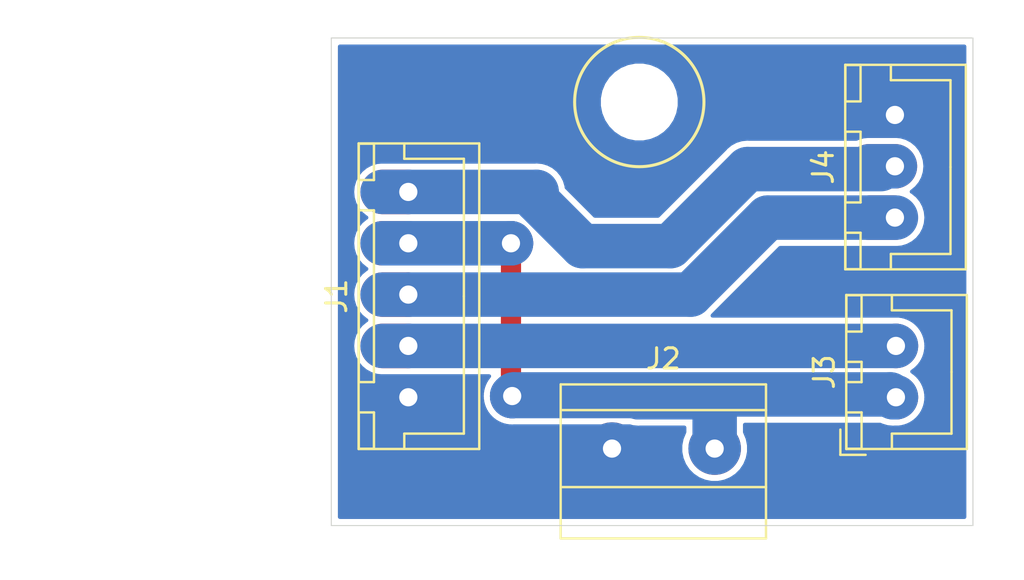
<source format=kicad_pcb>
(kicad_pcb (version 20171130) (host pcbnew "(5.1.6)-1")

  (general
    (thickness 1.6)
    (drawings 5)
    (tracks 26)
    (zones 0)
    (modules 5)
    (nets 6)
  )

  (page A4)
  (layers
    (0 F.Cu signal)
    (31 B.Cu signal)
    (32 B.Adhes user)
    (33 F.Adhes user)
    (34 B.Paste user)
    (35 F.Paste user)
    (36 B.SilkS user)
    (37 F.SilkS user)
    (38 B.Mask user)
    (39 F.Mask user)
    (40 Dwgs.User user)
    (41 Cmts.User user)
    (42 Eco1.User user)
    (43 Eco2.User user)
    (44 Edge.Cuts user)
    (45 Margin user)
    (46 B.CrtYd user)
    (47 F.CrtYd user)
    (48 B.Fab user)
    (49 F.Fab user)
  )

  (setup
    (last_trace_width 0.25)
    (user_trace_width 1)
    (user_trace_width 1.5)
    (user_trace_width 2.2)
    (trace_clearance 0.2)
    (zone_clearance 0.508)
    (zone_45_only no)
    (trace_min 0.2)
    (via_size 0.8)
    (via_drill 0.4)
    (via_min_size 0.4)
    (via_min_drill 0.3)
    (user_via 2.2 0.8)
    (uvia_size 0.3)
    (uvia_drill 0.1)
    (uvias_allowed no)
    (uvia_min_size 0.2)
    (uvia_min_drill 0.1)
    (edge_width 0.05)
    (segment_width 0.2)
    (pcb_text_width 0.3)
    (pcb_text_size 1.5 1.5)
    (mod_edge_width 0.12)
    (mod_text_size 1 1)
    (mod_text_width 0.15)
    (pad_size 2.6 2.6)
    (pad_drill 0.9)
    (pad_to_mask_clearance 0.05)
    (aux_axis_origin 29.21 48.26)
    (grid_origin 29.21 48.26)
    (visible_elements 7FFFFFFF)
    (pcbplotparams
      (layerselection 0x01040_fffffffe)
      (usegerberextensions false)
      (usegerberattributes true)
      (usegerberadvancedattributes true)
      (creategerberjobfile false)
      (excludeedgelayer true)
      (linewidth 0.100000)
      (plotframeref false)
      (viasonmask true)
      (mode 1)
      (useauxorigin true)
      (hpglpennumber 1)
      (hpglpenspeed 20)
      (hpglpendiameter 15.000000)
      (psnegative false)
      (psa4output false)
      (plotreference true)
      (plotvalue true)
      (plotinvisibletext false)
      (padsonsilk false)
      (subtractmaskfromsilk false)
      (outputformat 1)
      (mirror false)
      (drillshape 0)
      (scaleselection 1)
      (outputdirectory "plot/"))
  )

  (net 0 "")
  (net 1 GND)
  (net 2 FAN-)
  (net 3 +3V3)
  (net 4 +12V)
  (net 5 ONE_WIRE)

  (net_class Default "This is the default net class."
    (clearance 0.2)
    (trace_width 0.25)
    (via_dia 0.8)
    (via_drill 0.4)
    (uvia_dia 0.3)
    (uvia_drill 0.1)
    (add_net +12V)
    (add_net +3V3)
    (add_net FAN-)
    (add_net GND)
    (add_net ONE_WIRE)
  )

  (module 0_my_footprints:myMountingHole_3.2mm_M3 (layer F.Cu) (tedit 669BF647) (tstamp 6757987D)
    (at 44.45 27.3)
    (descr "Mounting Hole 3.2mm, no annular, M3")
    (tags "mounting hole 3.2mm no annular m3")
    (attr virtual)
    (fp_text reference REF** (at 0 -4.2) (layer B.Fab)
      (effects (font (size 1 1) (thickness 0.15)))
    )
    (fp_text value myMountingHole_3.2mm_M3 (at 0 4.2) (layer B.Fab)
      (effects (font (size 1 1) (thickness 0.15)))
    )
    (fp_circle (center 0 0) (end 3.2 0) (layer F.SilkS) (width 0.15))
    (pad "" np_thru_hole circle (at 0 0) (size 3.2 3.2) (drill 3.2) (layers *.Cu *.Mask))
  )

  (module 0_my_footprints2:JST5 (layer F.Cu) (tedit 675730B5) (tstamp 67578880)
    (at 33.02 41.91 90)
    (descr "2.54mm JST connector with bigger pads")
    (path /67155720)
    (fp_text reference J1 (at 5 -3.55 90) (layer F.SilkS)
      (effects (font (size 1 1) (thickness 0.15)))
    )
    (fp_text value Connector (at 5 4.6 90) (layer F.Fab)
      (effects (font (size 1 1) (thickness 0.15)))
    )
    (fp_line (start -2.56 -2.46) (end -2.56 3.51) (layer F.SilkS) (width 0.12))
    (fp_line (start -2.56 3.51) (end 12.56 3.51) (layer F.SilkS) (width 0.12))
    (fp_line (start 12.56 3.51) (end 12.56 -2.46) (layer F.SilkS) (width 0.12))
    (fp_line (start 12.56 -2.46) (end -2.56 -2.46) (layer F.SilkS) (width 0.12))
    (fp_line (start 0.75 -2.45) (end 0.75 -1.7) (layer F.SilkS) (width 0.12))
    (fp_line (start 0.75 -1.7) (end 9.25 -1.7) (layer F.SilkS) (width 0.12))
    (fp_line (start 9.25 -1.7) (end 9.25 -2.45) (layer F.SilkS) (width 0.12))
    (fp_line (start 9.25 -2.45) (end 0.75 -2.45) (layer F.SilkS) (width 0.12))
    (fp_line (start -2.55 -2.45) (end -2.55 -1.7) (layer F.SilkS) (width 0.12))
    (fp_line (start -2.55 -1.7) (end -0.75 -1.7) (layer F.SilkS) (width 0.12))
    (fp_line (start -0.75 -1.7) (end -0.75 -2.45) (layer F.SilkS) (width 0.12))
    (fp_line (start -0.75 -2.45) (end -2.55 -2.45) (layer F.SilkS) (width 0.12))
    (fp_line (start 10.75 -2.45) (end 10.75 -1.7) (layer F.SilkS) (width 0.12))
    (fp_line (start 10.75 -1.7) (end 12.55 -1.7) (layer F.SilkS) (width 0.12))
    (fp_line (start 12.55 -1.7) (end 12.55 -2.45) (layer F.SilkS) (width 0.12))
    (fp_line (start 12.55 -2.45) (end 10.75 -2.45) (layer F.SilkS) (width 0.12))
    (fp_line (start -2.55 -0.2) (end -1.8 -0.2) (layer F.SilkS) (width 0.12))
    (fp_line (start -1.8 -0.2) (end -1.8 2.75) (layer F.SilkS) (width 0.12))
    (fp_line (start -1.8 2.75) (end 5 2.75) (layer F.SilkS) (width 0.12))
    (fp_line (start 12.55 -0.2) (end 11.8 -0.2) (layer F.SilkS) (width 0.12))
    (fp_line (start 11.8 -0.2) (end 11.8 2.75) (layer F.SilkS) (width 0.12))
    (fp_line (start 11.8 2.75) (end 5 2.75) (layer F.SilkS) (width 0.12))
    (pad 1 thru_hole oval (at 0 0 90) (size 2.2 3.47) (drill 0.9 (offset 0 -0.635)) (layers *.Cu *.Mask)
      (net 1 GND))
    (pad 2 thru_hole oval (at 2.54 0 90) (size 2.2 3.47) (drill 0.9 (offset 0 -0.635)) (layers *.Cu *.Mask)
      (net 2 FAN-))
    (pad 3 thru_hole oval (at 5.08 0 90) (size 2.2 3.47) (drill 0.9 (offset 0 -0.635)) (layers *.Cu *.Mask)
      (net 3 +3V3))
    (pad 4 thru_hole oval (at 7.62 0 90) (size 2.2 3.47) (drill 0.9 (offset 0 -0.635)) (layers *.Cu *.Mask)
      (net 4 +12V))
    (pad 5 thru_hole oval (at 10.16 0 90) (size 2.2 3.47) (drill 0.9 (offset 0 -0.635)) (layers *.Cu *.Mask)
      (net 5 ONE_WIRE))
    (model ${KISYS3DMOD}/Connector_JST.3dshapes/JST_XH_B5B-XH-A_1x05_P2.50mm_Vertical.wrl
      (at (xyz 0 0 0))
      (scale (xyz 1 1 1))
      (rotate (xyz 0 0 0))
    )
  )

  (module 0_my_footprints:myTerminalBlock_5.08x02 (layer F.Cu) (tedit 675730E1) (tstamp 6757889D)
    (at 43.1 44.45)
    (tags "Terminal Block 5.08mm")
    (path /66D2CE52)
    (fp_text reference J2 (at 2.54 -4.445) (layer F.SilkS)
      (effects (font (size 1 1) (thickness 0.15)))
    )
    (fp_text value POWER (at 2.54 5.66) (layer F.Fab)
      (effects (font (size 1 1) (thickness 0.15)))
    )
    (fp_line (start -2.54 1.905) (end 7.62 1.905) (layer F.Fab) (width 0.12))
    (fp_line (start 7.62 -1.905) (end -2.54 -1.905) (layer F.Fab) (width 0.12))
    (fp_circle (center 0 0) (end 1.5 0) (layer F.Fab) (width 0.1))
    (fp_circle (center 5.08 0) (end 6.58 0) (layer F.Fab) (width 0.1))
    (fp_line (start -2.54 -3.175) (end 7.62 -3.175) (layer F.Fab) (width 0.1))
    (fp_line (start 7.62 -3.175) (end 7.62 4.445) (layer F.Fab) (width 0.1))
    (fp_line (start -2.54 4.445) (end -2.54 -3.175) (layer F.Fab) (width 0.1))
    (fp_line (start -2.54 4.445) (end 7.62 4.445) (layer F.Fab) (width 0.1))
    (fp_line (start -2.54 4.445) (end 7.62 4.445) (layer F.SilkS) (width 0.12))
    (fp_line (start 1.138 -0.955) (end -0.955 1.138) (layer F.Fab) (width 0.1))
    (fp_line (start 0.955 -1.138) (end -1.138 0.955) (layer F.Fab) (width 0.1))
    (fp_line (start 6.218 -0.955) (end 4.126 1.138) (layer F.Fab) (width 0.1))
    (fp_line (start 6.035 -1.138) (end 3.943 0.955) (layer F.Fab) (width 0.1))
    (fp_line (start -2.54 -3.175) (end -2.54 4.445) (layer F.CrtYd) (width 0.05))
    (fp_line (start -2.54 4.445) (end 7.62 4.445) (layer F.CrtYd) (width 0.05))
    (fp_line (start 7.62 4.445) (end 7.62 -3.175) (layer F.CrtYd) (width 0.05))
    (fp_line (start 7.62 -3.175) (end -2.54 -3.175) (layer F.CrtYd) (width 0.05))
    (fp_line (start 7.62 -3.175) (end 7.62 4.445) (layer F.SilkS) (width 0.12))
    (fp_line (start 7.62 -3.175) (end -2.54 -3.175) (layer F.SilkS) (width 0.12))
    (fp_line (start -2.54 -3.175) (end -2.54 4.445) (layer F.SilkS) (width 0.12))
    (fp_line (start 7.62 1.905) (end -2.54 1.905) (layer F.SilkS) (width 0.12))
    (fp_line (start 7.62 -1.905) (end -2.54 -1.905) (layer F.SilkS) (width 0.12))
    (fp_text user %R (at 2.54 3.175) (layer F.Fab)
      (effects (font (size 1 1) (thickness 0.15)))
    )
    (pad 1 thru_hole circle (at 0 0) (size 2.6 2.6) (drill 0.9) (layers *.Cu *.Mask)
      (net 1 GND))
    (pad 2 thru_hole circle (at 5.08 0) (size 2.6 2.6) (drill 0.9) (layers *.Cu *.Mask)
      (net 4 +12V))
    (model C:/src/kiCad/libraries/my_3d_files/myTerminalBlock_5.08x02.step
      (offset (xyz 0 -4 0))
      (scale (xyz 1 1 1))
      (rotate (xyz 0 0 -90))
    )
  )

  (module 0_my_footprints:myJSTx02 (layer F.Cu) (tedit 6757308F) (tstamp 675788C6)
    (at 57.15 41.91 90)
    (descr "JST XH series connector, B2B-XH-A (http://www.jst-mfg.com/product/pdf/eng/eXH.pdf), generated with kicad-footprint-generator")
    (tags "connector JST XH vertical")
    (path /67597E6B)
    (fp_text reference J3 (at 1.25 -3.55 90) (layer F.SilkS)
      (effects (font (size 1 1) (thickness 0.15)))
    )
    (fp_text value FAN (at 1.25 4.6 90) (layer F.Fab)
      (effects (font (size 1 1) (thickness 0.15)))
    )
    (fp_line (start -2.45 -2.35) (end -2.45 3.4) (layer F.Fab) (width 0.1))
    (fp_line (start -2.45 3.4) (end 4.95 3.4) (layer F.Fab) (width 0.1))
    (fp_line (start 4.95 3.4) (end 4.95 -2.35) (layer F.Fab) (width 0.1))
    (fp_line (start 4.95 -2.35) (end -2.45 -2.35) (layer F.Fab) (width 0.1))
    (fp_line (start -2.56 -2.46) (end -2.56 3.51) (layer F.SilkS) (width 0.12))
    (fp_line (start -2.56 3.51) (end 5.06 3.51) (layer F.SilkS) (width 0.12))
    (fp_line (start 5.06 3.51) (end 5.06 -2.46) (layer F.SilkS) (width 0.12))
    (fp_line (start 5.06 -2.46) (end -2.56 -2.46) (layer F.SilkS) (width 0.12))
    (fp_line (start -2.95 -2.85) (end -2.95 3.9) (layer F.CrtYd) (width 0.05))
    (fp_line (start -2.95 3.9) (end 5.45 3.9) (layer F.CrtYd) (width 0.05))
    (fp_line (start 5.45 3.9) (end 5.45 -2.85) (layer F.CrtYd) (width 0.05))
    (fp_line (start 5.45 -2.85) (end -2.95 -2.85) (layer F.CrtYd) (width 0.05))
    (fp_line (start -0.625 -2.35) (end 0 -1.35) (layer F.Fab) (width 0.1))
    (fp_line (start 0 -1.35) (end 0.625 -2.35) (layer F.Fab) (width 0.1))
    (fp_line (start 0.75 -2.45) (end 0.75 -1.7) (layer F.SilkS) (width 0.12))
    (fp_line (start 0.75 -1.7) (end 1.75 -1.7) (layer F.SilkS) (width 0.12))
    (fp_line (start 1.75 -1.7) (end 1.75 -2.45) (layer F.SilkS) (width 0.12))
    (fp_line (start 1.75 -2.45) (end 0.75 -2.45) (layer F.SilkS) (width 0.12))
    (fp_line (start -2.55 -2.45) (end -2.55 -1.7) (layer F.SilkS) (width 0.12))
    (fp_line (start -2.55 -1.7) (end -0.75 -1.7) (layer F.SilkS) (width 0.12))
    (fp_line (start -0.75 -1.7) (end -0.75 -2.45) (layer F.SilkS) (width 0.12))
    (fp_line (start -0.75 -2.45) (end -2.55 -2.45) (layer F.SilkS) (width 0.12))
    (fp_line (start 3.25 -2.45) (end 3.25 -1.7) (layer F.SilkS) (width 0.12))
    (fp_line (start 3.25 -1.7) (end 5.05 -1.7) (layer F.SilkS) (width 0.12))
    (fp_line (start 5.05 -1.7) (end 5.05 -2.45) (layer F.SilkS) (width 0.12))
    (fp_line (start 5.05 -2.45) (end 3.25 -2.45) (layer F.SilkS) (width 0.12))
    (fp_line (start -2.55 -0.2) (end -1.8 -0.2) (layer F.SilkS) (width 0.12))
    (fp_line (start -1.8 -0.2) (end -1.8 2.75) (layer F.SilkS) (width 0.12))
    (fp_line (start -1.8 2.75) (end 1.25 2.75) (layer F.SilkS) (width 0.12))
    (fp_line (start 5.05 -0.2) (end 4.3 -0.2) (layer F.SilkS) (width 0.12))
    (fp_line (start 4.3 -0.2) (end 4.3 2.75) (layer F.SilkS) (width 0.12))
    (fp_line (start 4.3 2.75) (end 1.25 2.75) (layer F.SilkS) (width 0.12))
    (fp_line (start -1.6 -2.75) (end -2.85 -2.75) (layer F.SilkS) (width 0.12))
    (fp_line (start -2.85 -2.75) (end -2.85 -1.5) (layer F.SilkS) (width 0.12))
    (fp_text user %R (at 1.25 2.7 90) (layer F.Fab)
      (effects (font (size 1 1) (thickness 0.15)))
    )
    (pad 1 thru_hole circle (at 0 0 90) (size 2.2 2.2) (drill 0.9) (layers *.Cu *.Mask)
      (net 4 +12V))
    (pad 2 thru_hole circle (at 2.54 0 90) (size 2.2 2.2) (drill 0.9) (layers *.Cu *.Mask)
      (net 2 FAN-))
    (model ${KISYS3DMOD}/Connector_JST.3dshapes/JST_XH_B2B-XH-A_1x02_P2.50mm_Vertical.wrl
      (at (xyz 0 0 0))
      (scale (xyz 1 1 1))
      (rotate (xyz 0 0 0))
    )
  )

  (module 0_my_footprints2:JST3 (layer F.Cu) (tedit 67573080) (tstamp 675788E3)
    (at 57.1 33.02 90)
    (descr "2.54mm JST connector with bigger pads")
    (path /67595559)
    (fp_text reference J4 (at 2.5 -3.55 90) (layer F.SilkS)
      (effects (font (size 1 1) (thickness 0.15)))
    )
    (fp_text value TEMP (at 2.5 4.6 90) (layer F.Fab)
      (effects (font (size 1 1) (thickness 0.15)))
    )
    (fp_line (start 6.8 2.75) (end 2.5 2.75) (layer F.SilkS) (width 0.12))
    (fp_line (start 6.8 -0.2) (end 6.8 2.75) (layer F.SilkS) (width 0.12))
    (fp_line (start 7.55 -0.2) (end 6.8 -0.2) (layer F.SilkS) (width 0.12))
    (fp_line (start -1.8 2.75) (end 2.5 2.75) (layer F.SilkS) (width 0.12))
    (fp_line (start -1.8 -0.2) (end -1.8 2.75) (layer F.SilkS) (width 0.12))
    (fp_line (start -2.55 -0.2) (end -1.8 -0.2) (layer F.SilkS) (width 0.12))
    (fp_line (start 7.55 -2.45) (end 5.75 -2.45) (layer F.SilkS) (width 0.12))
    (fp_line (start 7.55 -1.7) (end 7.55 -2.45) (layer F.SilkS) (width 0.12))
    (fp_line (start 5.75 -1.7) (end 7.55 -1.7) (layer F.SilkS) (width 0.12))
    (fp_line (start 5.75 -2.45) (end 5.75 -1.7) (layer F.SilkS) (width 0.12))
    (fp_line (start -0.75 -2.45) (end -2.55 -2.45) (layer F.SilkS) (width 0.12))
    (fp_line (start -0.75 -1.7) (end -0.75 -2.45) (layer F.SilkS) (width 0.12))
    (fp_line (start -2.55 -1.7) (end -0.75 -1.7) (layer F.SilkS) (width 0.12))
    (fp_line (start -2.55 -2.45) (end -2.55 -1.7) (layer F.SilkS) (width 0.12))
    (fp_line (start 4.25 -2.45) (end 0.75 -2.45) (layer F.SilkS) (width 0.12))
    (fp_line (start 4.25 -1.7) (end 4.25 -2.45) (layer F.SilkS) (width 0.12))
    (fp_line (start 0.75 -1.7) (end 4.25 -1.7) (layer F.SilkS) (width 0.12))
    (fp_line (start 0.75 -2.45) (end 0.75 -1.7) (layer F.SilkS) (width 0.12))
    (fp_line (start 7.56 -2.46) (end -2.56 -2.46) (layer F.SilkS) (width 0.12))
    (fp_line (start 7.56 3.51) (end 7.56 -2.46) (layer F.SilkS) (width 0.12))
    (fp_line (start -2.56 3.51) (end 7.56 3.51) (layer F.SilkS) (width 0.12))
    (fp_line (start -2.56 -2.46) (end -2.56 3.51) (layer F.SilkS) (width 0.12))
    (pad 1 thru_hole oval (at 0 0 90) (size 2.2 3.47) (drill 0.9 (offset 0 -0.635)) (layers *.Cu *.Mask)
      (net 3 +3V3))
    (pad 2 thru_hole oval (at 2.54 0 90) (size 2.2 3.47) (drill 0.9 (offset 0 -0.635)) (layers *.Cu *.Mask)
      (net 5 ONE_WIRE))
    (pad 3 thru_hole oval (at 5.08 0 90) (size 2.2 3.47) (drill 0.9 (offset 0 -0.635)) (layers *.Cu *.Mask)
      (net 1 GND))
    (model ${KISYS3DMOD}/Connector_JST.3dshapes/JST_XH_B3B-XH-A_1x03_P2.50mm_Vertical.wrl
      (at (xyz 0 0 0))
      (scale (xyz 1 1 1))
      (rotate (xyz 0 0 0))
    )
  )

  (dimension 24.13 (width 0.15) (layer Dwgs.User)
    (gr_text "24.130 mm" (at 16.48 36.195 270) (layer Dwgs.User)
      (effects (font (size 1 1) (thickness 0.15)))
    )
    (feature1 (pts (xy 29.21 48.26) (xy 17.193579 48.26)))
    (feature2 (pts (xy 29.21 24.13) (xy 17.193579 24.13)))
    (crossbar (pts (xy 17.78 24.13) (xy 17.78 48.26)))
    (arrow1a (pts (xy 17.78 48.26) (xy 17.193579 47.133496)))
    (arrow1b (pts (xy 17.78 48.26) (xy 18.366421 47.133496)))
    (arrow2a (pts (xy 17.78 24.13) (xy 17.193579 25.256504)))
    (arrow2b (pts (xy 17.78 24.13) (xy 18.366421 25.256504)))
  )
  (gr_line (start 29.21 48.26) (end 29.21 24.13) (layer Edge.Cuts) (width 0.05) (tstamp 67579883))
  (gr_line (start 60.96 48.26) (end 29.21 48.26) (layer Edge.Cuts) (width 0.05))
  (gr_line (start 60.96 24.13) (end 60.96 48.26) (layer Edge.Cuts) (width 0.05))
  (gr_line (start 29.21 24.13) (end 60.96 24.13) (layer Edge.Cuts) (width 0.05))

  (segment (start 33.02 39.37) (end 57.15 39.37) (width 2.2) (layer B.Cu) (net 2))
  (segment (start 33.02 36.83) (end 46.99 36.83) (width 2.2) (layer B.Cu) (net 3))
  (segment (start 46.99 36.83) (end 50.8 33.02) (width 2.2) (layer B.Cu) (net 3))
  (segment (start 50.8 33.02) (end 57.15 33.02) (width 2.2) (layer B.Cu) (net 3))
  (segment (start 44.348001 41.849999) (end 38.160001 41.849999) (width 2.2) (layer B.Cu) (net 4))
  (segment (start 44.408002 41.91) (end 44.348001 41.849999) (width 2.2) (layer B.Cu) (net 4))
  (segment (start 48.18 41.99) (end 48.26 41.91) (width 2.2) (layer B.Cu) (net 4))
  (segment (start 48.18 44.45) (end 48.18 41.99) (width 2.2) (layer B.Cu) (net 4))
  (segment (start 48.26 41.91) (end 44.408002 41.91) (width 2.2) (layer B.Cu) (net 4))
  (segment (start 33.02 34.29) (end 38.1 34.29) (width 2.2) (layer B.Cu) (net 4))
  (segment (start 57.01 41.91) (end 56.87001 41.77001) (width 2.2) (layer B.Cu) (net 4))
  (segment (start 57.15 41.91) (end 57.01 41.91) (width 2.2) (layer B.Cu) (net 4))
  (segment (start 38.23999 41.77001) (end 38.160001 41.849999) (width 2.2) (layer B.Cu) (net 4))
  (segment (start 56.87001 41.77001) (end 38.23999 41.77001) (width 2.2) (layer B.Cu) (net 4))
  (segment (start 38.1 34.29) (end 38.1 34.29) (width 2.2) (layer B.Cu) (net 4) (tstamp 6757986A))
  (via (at 38.1 34.29) (size 2.2) (drill 0.9) (layers F.Cu B.Cu) (net 4) (status 1000000))
  (segment (start 38.160001 41.849999) (end 38.160001 41.849999) (width 2.2) (layer B.Cu) (net 4) (tstamp 6757986C))
  (via (at 38.160001 41.849999) (size 2.2) (drill 0.9) (layers F.Cu B.Cu) (net 4))
  (segment (start 38.1 41.789998) (end 38.160001 41.849999) (width 1) (layer F.Cu) (net 4))
  (segment (start 38.1 34.29) (end 38.1 41.789998) (width 1) (layer F.Cu) (net 4))
  (segment (start 39.37 32.165874) (end 41.634116 34.42999) (width 2.2) (layer B.Cu) (net 5))
  (segment (start 39.37 31.75) (end 39.37 32.165874) (width 2.2) (layer B.Cu) (net 5))
  (segment (start 33.02 31.75) (end 39.37 31.75) (width 2.2) (layer B.Cu) (net 5))
  (segment (start 41.634116 34.42999) (end 45.995884 34.42999) (width 2.2) (layer B.Cu) (net 5))
  (segment (start 45.995884 34.42999) (end 49.805884 30.61999) (width 2.2) (layer B.Cu) (net 5))
  (segment (start 49.805884 30.61999) (end 56.4 30.61999) (width 2.2) (layer B.Cu) (net 5))

  (zone (net 1) (net_name GND) (layer B.Cu) (tstamp 67573306) (hatch edge 0.508)
    (connect_pads yes (clearance 0.3))
    (min_thickness 0.2)
    (fill yes (arc_segments 32) (thermal_gap 0.508) (thermal_bridge_width 0.508))
    (polygon
      (pts
        (xy 63.5 49.53) (xy 27.94 49.53) (xy 27.94 22.86) (xy 63.5 22.86)
      )
    )
    (filled_polygon
      (pts
        (xy 60.535001 47.835) (xy 29.635 47.835) (xy 29.635 31.75) (xy 30.242743 31.75) (xy 30.271705 32.044051)
        (xy 30.357476 32.326802) (xy 30.496762 32.587387) (xy 30.684208 32.815792) (xy 30.912613 33.003238) (xy 30.943972 33.02)
        (xy 30.912613 33.036762) (xy 30.684208 33.224208) (xy 30.496762 33.452613) (xy 30.357476 33.713198) (xy 30.271705 33.995949)
        (xy 30.242743 34.29) (xy 30.271705 34.584051) (xy 30.357476 34.866802) (xy 30.496762 35.127387) (xy 30.684208 35.355792)
        (xy 30.912613 35.543238) (xy 30.943972 35.56) (xy 30.912613 35.576762) (xy 30.684208 35.764208) (xy 30.496762 35.992613)
        (xy 30.357476 36.253198) (xy 30.271705 36.535949) (xy 30.242743 36.83) (xy 30.271705 37.124051) (xy 30.357476 37.406802)
        (xy 30.496762 37.667387) (xy 30.684208 37.895792) (xy 30.912613 38.083238) (xy 30.943972 38.1) (xy 30.912613 38.116762)
        (xy 30.684208 38.304208) (xy 30.496762 38.532613) (xy 30.357476 38.793198) (xy 30.271705 39.075949) (xy 30.242743 39.37)
        (xy 30.271705 39.664051) (xy 30.357476 39.946802) (xy 30.496762 40.207387) (xy 30.684208 40.435792) (xy 30.912613 40.623238)
        (xy 31.173198 40.762524) (xy 31.455949 40.848295) (xy 31.67632 40.87) (xy 37.01868 40.87) (xy 36.994875 40.893805)
        (xy 36.953731 40.955381) (xy 36.906763 41.012612) (xy 36.871865 41.077902) (xy 36.830718 41.139482) (xy 36.802376 41.207906)
        (xy 36.767477 41.273197) (xy 36.745986 41.344043) (xy 36.717645 41.412465) (xy 36.703196 41.485103) (xy 36.681706 41.555948)
        (xy 36.674449 41.629625) (xy 36.660001 41.702262) (xy 36.660001 41.776319) (xy 36.652744 41.849999) (xy 36.660001 41.923679)
        (xy 36.660001 41.997736) (xy 36.674449 42.070373) (xy 36.681706 42.14405) (xy 36.703196 42.214895) (xy 36.717645 42.287533)
        (xy 36.745986 42.355955) (xy 36.767477 42.426801) (xy 36.802376 42.492092) (xy 36.830718 42.560516) (xy 36.871865 42.622096)
        (xy 36.906763 42.687386) (xy 36.953731 42.744617) (xy 36.994875 42.806193) (xy 37.047237 42.858555) (xy 37.094209 42.915791)
        (xy 37.151445 42.962763) (xy 37.203807 43.015125) (xy 37.265383 43.056269) (xy 37.322614 43.103237) (xy 37.387904 43.138135)
        (xy 37.449484 43.179282) (xy 37.517908 43.207624) (xy 37.583199 43.242523) (xy 37.654045 43.264014) (xy 37.722467 43.292355)
        (xy 37.795105 43.306804) (xy 37.86595 43.328294) (xy 37.939627 43.335551) (xy 38.012264 43.349999) (xy 38.086321 43.349999)
        (xy 38.160001 43.357256) (xy 38.233681 43.349999) (xy 43.987705 43.349999) (xy 44.113951 43.388295) (xy 44.334322 43.41)
        (xy 44.334324 43.41) (xy 44.408001 43.417257) (xy 44.481679 43.41) (xy 46.68 43.41) (xy 46.68 43.634988)
        (xy 46.673479 43.644748) (xy 46.54533 43.954128) (xy 46.48 44.282565) (xy 46.48 44.617435) (xy 46.54533 44.945872)
        (xy 46.673479 45.255252) (xy 46.859523 45.533687) (xy 47.096313 45.770477) (xy 47.374748 45.956521) (xy 47.684128 46.08467)
        (xy 48.012565 46.15) (xy 48.347435 46.15) (xy 48.675872 46.08467) (xy 48.985252 45.956521) (xy 49.263687 45.770477)
        (xy 49.500477 45.533687) (xy 49.686521 45.255252) (xy 49.81467 44.945872) (xy 49.88 44.617435) (xy 49.88 44.282565)
        (xy 49.81467 43.954128) (xy 49.686521 43.644748) (xy 49.68 43.634989) (xy 49.68 43.27001) (xy 56.372369 43.27001)
        (xy 56.433198 43.302524) (xy 56.715949 43.388295) (xy 56.93632 43.41) (xy 57.01 43.417257) (xy 57.08368 43.41)
        (xy 57.297737 43.41) (xy 57.370374 43.395552) (xy 57.444051 43.388295) (xy 57.514896 43.366805) (xy 57.587534 43.352356)
        (xy 57.655956 43.324015) (xy 57.726802 43.302524) (xy 57.792093 43.267625) (xy 57.860517 43.239283) (xy 57.922097 43.198136)
        (xy 57.987387 43.163238) (xy 58.044618 43.11627) (xy 58.106194 43.075126) (xy 58.158556 43.022764) (xy 58.215792 42.975792)
        (xy 58.262764 42.918556) (xy 58.315126 42.866194) (xy 58.35627 42.804618) (xy 58.403238 42.747387) (xy 58.438136 42.682097)
        (xy 58.479283 42.620517) (xy 58.507625 42.552093) (xy 58.542524 42.486802) (xy 58.564015 42.415956) (xy 58.592356 42.347534)
        (xy 58.606805 42.274896) (xy 58.628295 42.204051) (xy 58.635552 42.130374) (xy 58.65 42.057737) (xy 58.65 41.98368)
        (xy 58.657257 41.91) (xy 58.65 41.83632) (xy 58.65 41.762263) (xy 58.635552 41.689626) (xy 58.628295 41.615949)
        (xy 58.606805 41.545104) (xy 58.592356 41.472466) (xy 58.564015 41.404044) (xy 58.542524 41.333198) (xy 58.507625 41.267907)
        (xy 58.479283 41.199483) (xy 58.438136 41.137903) (xy 58.403238 41.072613) (xy 58.35627 41.015382) (xy 58.315126 40.953806)
        (xy 58.262764 40.901444) (xy 58.215792 40.844208) (xy 58.158556 40.797236) (xy 58.106194 40.744874) (xy 58.044618 40.70373)
        (xy 57.987387 40.656762) (xy 57.956028 40.64) (xy 57.987387 40.623238) (xy 58.044618 40.57627) (xy 58.106194 40.535126)
        (xy 58.158556 40.482764) (xy 58.215792 40.435792) (xy 58.262764 40.378556) (xy 58.315126 40.326194) (xy 58.35627 40.264618)
        (xy 58.403238 40.207387) (xy 58.438136 40.142097) (xy 58.479283 40.080517) (xy 58.507625 40.012093) (xy 58.542524 39.946802)
        (xy 58.564015 39.875956) (xy 58.592356 39.807534) (xy 58.606805 39.734896) (xy 58.628295 39.664051) (xy 58.635552 39.590374)
        (xy 58.65 39.517737) (xy 58.65 39.44368) (xy 58.657257 39.37) (xy 58.65 39.29632) (xy 58.65 39.222263)
        (xy 58.635552 39.149626) (xy 58.628295 39.075949) (xy 58.606805 39.005104) (xy 58.592356 38.932466) (xy 58.564015 38.864044)
        (xy 58.542524 38.793198) (xy 58.507625 38.727907) (xy 58.479283 38.659483) (xy 58.438136 38.597903) (xy 58.403238 38.532613)
        (xy 58.35627 38.475382) (xy 58.315126 38.413806) (xy 58.262764 38.361444) (xy 58.215792 38.304208) (xy 58.158556 38.257236)
        (xy 58.106194 38.204874) (xy 58.044618 38.16373) (xy 57.987387 38.116762) (xy 57.922097 38.081864) (xy 57.860517 38.040717)
        (xy 57.792093 38.012375) (xy 57.726802 37.977476) (xy 57.655956 37.955985) (xy 57.587534 37.927644) (xy 57.514896 37.913195)
        (xy 57.444051 37.891705) (xy 57.370374 37.884448) (xy 57.297737 37.87) (xy 48.076959 37.87) (xy 48.102769 37.83855)
        (xy 51.421321 34.52) (xy 57.22368 34.52) (xy 57.444051 34.498295) (xy 57.726802 34.412524) (xy 57.987387 34.273238)
        (xy 58.215792 34.085792) (xy 58.403238 33.857387) (xy 58.542524 33.596802) (xy 58.628295 33.314051) (xy 58.657257 33.02)
        (xy 58.628295 32.725949) (xy 58.542524 32.443198) (xy 58.403238 32.182613) (xy 58.215792 31.954208) (xy 57.987387 31.766762)
        (xy 57.931028 31.736637) (xy 57.937387 31.733238) (xy 58.165792 31.545792) (xy 58.353238 31.317387) (xy 58.492524 31.056802)
        (xy 58.578295 30.774051) (xy 58.607257 30.48) (xy 58.578295 30.185949) (xy 58.492524 29.903198) (xy 58.353238 29.642613)
        (xy 58.165792 29.414208) (xy 57.937387 29.226762) (xy 57.676802 29.087476) (xy 57.394051 29.001705) (xy 57.17368 28.98)
        (xy 55.75632 28.98) (xy 55.535949 29.001705) (xy 55.253198 29.087476) (xy 55.192369 29.11999) (xy 49.879564 29.11999)
        (xy 49.805884 29.112733) (xy 49.511833 29.141695) (xy 49.229081 29.227466) (xy 48.968497 29.366752) (xy 48.740092 29.554198)
        (xy 48.693124 29.611429) (xy 45.374565 32.92999) (xy 42.255437 32.92999) (xy 40.855604 31.530159) (xy 40.848295 31.455949)
        (xy 40.762524 31.173198) (xy 40.623238 30.912613) (xy 40.435792 30.684208) (xy 40.207387 30.496762) (xy 39.946802 30.357476)
        (xy 39.664051 30.271705) (xy 39.44368 30.25) (xy 39.37 30.242743) (xy 39.29632 30.25) (xy 31.67632 30.25)
        (xy 31.455949 30.271705) (xy 31.173198 30.357476) (xy 30.912613 30.496762) (xy 30.684208 30.684208) (xy 30.496762 30.912613)
        (xy 30.357476 31.173198) (xy 30.271705 31.455949) (xy 30.242743 31.75) (xy 29.635 31.75) (xy 29.635 27.103017)
        (xy 42.45 27.103017) (xy 42.45 27.496983) (xy 42.526859 27.883378) (xy 42.677623 28.247355) (xy 42.896499 28.574926)
        (xy 43.175074 28.853501) (xy 43.502645 29.072377) (xy 43.866622 29.223141) (xy 44.253017 29.3) (xy 44.646983 29.3)
        (xy 45.033378 29.223141) (xy 45.397355 29.072377) (xy 45.724926 28.853501) (xy 46.003501 28.574926) (xy 46.222377 28.247355)
        (xy 46.373141 27.883378) (xy 46.45 27.496983) (xy 46.45 27.103017) (xy 46.373141 26.716622) (xy 46.222377 26.352645)
        (xy 46.003501 26.025074) (xy 45.724926 25.746499) (xy 45.397355 25.527623) (xy 45.033378 25.376859) (xy 44.646983 25.3)
        (xy 44.253017 25.3) (xy 43.866622 25.376859) (xy 43.502645 25.527623) (xy 43.175074 25.746499) (xy 42.896499 26.025074)
        (xy 42.677623 26.352645) (xy 42.526859 26.716622) (xy 42.45 27.103017) (xy 29.635 27.103017) (xy 29.635 24.555)
        (xy 60.535 24.555)
      )
    )
  )
)

</source>
